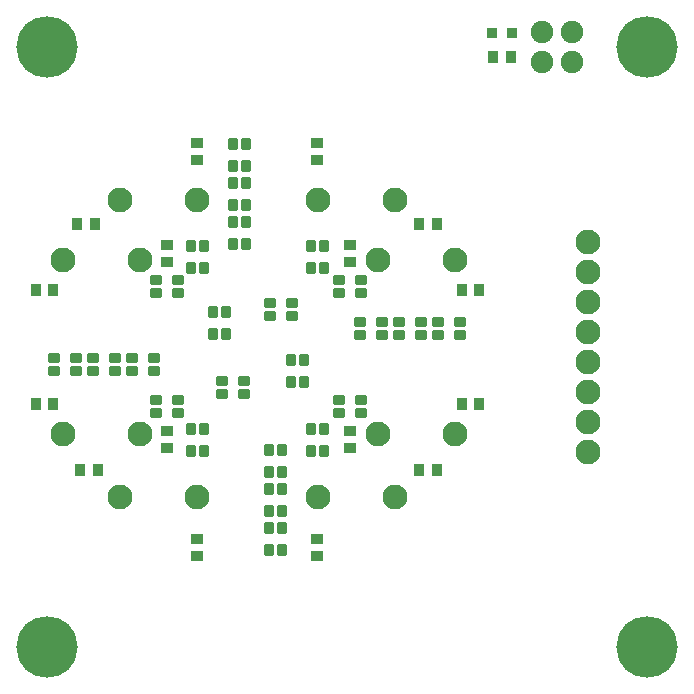
<source format=gts>
G04 Layer: TopSolderMaskLayer*
G04 Panelize: , Column: 2, Row: 2, Board Size: 58.42mm x 58.42mm, Panelized Board Size: 118.84mm x 118.84mm*
G04 EasyEDA v6.5.32, 2023-07-25 17:12:40*
G04 90a50ce0e3964c3490e883de99d9e253,5a6b42c53f6a479593ecc07194224c93,10*
G04 Gerber Generator version 0.2*
G04 Scale: 100 percent, Rotated: No, Reflected: No *
G04 Dimensions in millimeters *
G04 leading zeros omitted , absolute positions ,4 integer and 5 decimal *
%FSLAX45Y45*%
%MOMM*%

%AMMACRO1*1,1,$1,$2,$3*1,1,$1,$4,$5*1,1,$1,0-$2,0-$3*1,1,$1,0-$4,0-$5*20,1,$1,$2,$3,$4,$5,0*20,1,$1,$4,$5,0-$2,0-$3,0*20,1,$1,0-$2,0-$3,0-$4,0-$5,0*20,1,$1,0-$4,0-$5,$2,$3,0*4,1,4,$2,$3,$4,$5,0-$2,0-$3,0-$4,0-$5,$2,$3,0*%
%ADD10MACRO1,0.1016X-0.4032X-0.432X-0.4032X0.432*%
%ADD11MACRO1,0.1016X0.4032X-0.432X0.4032X0.432*%
%ADD12MACRO1,0.1016X-0.4033X-0.432X-0.4033X0.432*%
%ADD13MACRO1,0.1016X-0.4X-0.4X-0.4X0.4*%
%ADD14MACRO1,0.1016X-0.45X0.35X0.45X0.35*%
%ADD15MACRO1,0.1016X-0.35X-0.45X-0.35X0.45*%
%ADD16C,2.1016*%
%ADD17MACRO1,0.1016X-0.4X0.45X0.4X0.45*%
%ADD18MACRO1,0.1016X0.4X-0.45X-0.4X-0.45*%
%ADD19MACRO1,0.1016X0.45X0.4X0.45X-0.4*%
%ADD20C,5.2032*%
%ADD21C,1.9016*%

%LPD*%
D10*
G01*
X3682117Y3962392D03*
D11*
G01*
X3531467Y3962392D03*
D12*
G01*
X3682116Y1879597D03*
D11*
G01*
X3531467Y1879597D03*
D10*
G01*
X811922Y1879597D03*
D11*
G01*
X661272Y1879597D03*
D10*
G01*
X786522Y3962392D03*
D11*
G01*
X635872Y3962392D03*
D13*
G01*
X4314189Y5575300D03*
G01*
X4144010Y5575300D03*
D10*
G01*
X4304424Y5372100D03*
D11*
G01*
X4153775Y5372100D03*
D14*
G01*
X2450797Y3293496D03*
G01*
X2267790Y3293494D03*
G01*
X2267790Y3183487D03*
G01*
X2450797Y3183487D03*
G01*
X2044397Y2633098D03*
G01*
X1861390Y2633097D03*
G01*
X1861390Y2523089D03*
G01*
X2044397Y2523089D03*
D15*
G01*
X2446893Y2806397D03*
G01*
X2446898Y2623390D03*
G01*
X2556903Y2623390D03*
G01*
X2556903Y2806397D03*
G01*
X1786491Y3212797D03*
G01*
X1786492Y3029790D03*
G01*
X1896499Y3029790D03*
G01*
X1896499Y3212797D03*
G01*
X2611991Y2225098D03*
G01*
X2611992Y2042091D03*
G01*
X2721999Y2042091D03*
G01*
X2721999Y2225098D03*
G01*
X1595993Y2225098D03*
G01*
X1595995Y2042091D03*
G01*
X1706002Y2042091D03*
G01*
X1706002Y2225098D03*
D14*
G01*
X1488500Y2467998D03*
G01*
X1305493Y2467997D03*
G01*
X1305493Y2357989D03*
G01*
X1488500Y2357989D03*
G01*
X1488500Y3483996D03*
G01*
X1305493Y3483994D03*
G01*
X1305493Y3373987D03*
G01*
X1488500Y3373987D03*
G01*
X3037895Y3483996D03*
G01*
X2854888Y3483994D03*
G01*
X2854888Y3373987D03*
G01*
X3037895Y3373987D03*
G01*
X3037895Y2467998D03*
G01*
X2854888Y2467997D03*
G01*
X2854888Y2357989D03*
G01*
X3037895Y2357989D03*
D15*
G01*
X2611991Y3774495D03*
G01*
X2611992Y3591488D03*
G01*
X2721999Y3591488D03*
G01*
X2721999Y3774495D03*
G01*
X1595993Y3774495D03*
G01*
X1595995Y3591488D03*
G01*
X1706002Y3591488D03*
G01*
X1706002Y3774495D03*
D16*
G01*
X2672206Y4165600D03*
G01*
X3322193Y4165600D03*
G01*
X3180206Y3657600D03*
G01*
X3830193Y3657600D03*
G01*
X995806Y4165600D03*
G01*
X1645793Y4165600D03*
G01*
X513206Y3657600D03*
G01*
X1163193Y3657600D03*
G01*
X513206Y2184400D03*
G01*
X1163193Y2184400D03*
G01*
X995806Y1651000D03*
G01*
X1645793Y1651000D03*
G01*
X2672206Y1651000D03*
G01*
X3322193Y1651000D03*
G01*
X3180206Y2184400D03*
G01*
X3830193Y2184400D03*
D14*
G01*
X3215698Y3128398D03*
G01*
X3032691Y3128397D03*
G01*
X3032691Y3018389D03*
G01*
X3215698Y3018389D03*
G01*
X3545895Y3128398D03*
G01*
X3362888Y3128397D03*
G01*
X3362888Y3018389D03*
G01*
X3545895Y3018389D03*
G01*
X3876095Y3128398D03*
G01*
X3693088Y3128397D03*
G01*
X3693088Y3018389D03*
G01*
X3876095Y3018389D03*
G01*
X1285300Y2823598D03*
G01*
X1102293Y2823597D03*
G01*
X1102293Y2713589D03*
G01*
X1285300Y2713589D03*
G01*
X955100Y2823598D03*
G01*
X772093Y2823597D03*
G01*
X772093Y2713589D03*
G01*
X955100Y2713589D03*
G01*
X624903Y2823598D03*
G01*
X441896Y2823597D03*
G01*
X441896Y2713589D03*
G01*
X624903Y2713589D03*
D15*
G01*
X2256391Y2047298D03*
G01*
X2256392Y1864291D03*
G01*
X2366399Y1864291D03*
G01*
X2366399Y2047298D03*
G01*
X2256391Y1717100D03*
G01*
X2256392Y1534093D03*
G01*
X2366399Y1534093D03*
G01*
X2366399Y1717100D03*
G01*
X2256391Y1386900D03*
G01*
X2256392Y1203893D03*
G01*
X2366399Y1203893D03*
G01*
X2366399Y1386900D03*
G01*
X1951591Y3977695D03*
G01*
X1951592Y3794688D03*
G01*
X2061599Y3794688D03*
G01*
X2061599Y3977695D03*
G01*
X1951591Y4307895D03*
G01*
X1951592Y4124888D03*
G01*
X2061599Y4124888D03*
G01*
X2061599Y4307895D03*
G01*
X1951591Y4638093D03*
G01*
X1951592Y4455086D03*
G01*
X2061599Y4455086D03*
G01*
X2061599Y4638093D03*
D17*
G01*
X4032392Y3403592D03*
G01*
X3892392Y3403592D03*
G01*
X4032392Y2438394D03*
G01*
X3892392Y2438394D03*
D18*
G01*
X285600Y2438394D03*
G01*
X425599Y2438394D03*
G01*
X285600Y3403589D03*
G01*
X425599Y3403589D03*
D19*
G01*
X2666994Y4501988D03*
G01*
X2666994Y4641988D03*
G01*
X1650997Y1149196D03*
G01*
X1650997Y1289196D03*
G01*
X2946394Y2063595D03*
G01*
X2946394Y2203594D03*
G01*
X1650997Y4501988D03*
G01*
X1650997Y4641988D03*
G01*
X2666996Y1149197D03*
G01*
X2666996Y1289197D03*
G01*
X1396997Y3638392D03*
G01*
X1396997Y3778392D03*
G01*
X2946394Y3638392D03*
G01*
X2946394Y3778392D03*
G01*
X1396997Y2063595D03*
G01*
X1396997Y2203594D03*
D20*
G01*
X381000Y5461000D03*
G01*
X5461000Y5461000D03*
G01*
X5461000Y381000D03*
G01*
X381000Y381000D03*
D16*
G01*
X4956581Y2029205D03*
G01*
X4956581Y2283205D03*
G01*
X4956581Y2537205D03*
G01*
X4956581Y2791205D03*
G01*
X4956581Y3045205D03*
G01*
X4956581Y3299205D03*
G01*
X4956581Y3553205D03*
G01*
X4956581Y3807205D03*
D21*
G01*
X4572000Y5588000D03*
G01*
X4572000Y5334000D03*
G01*
X4826000Y5334000D03*
G01*
X4826000Y5588000D03*
M02*

</source>
